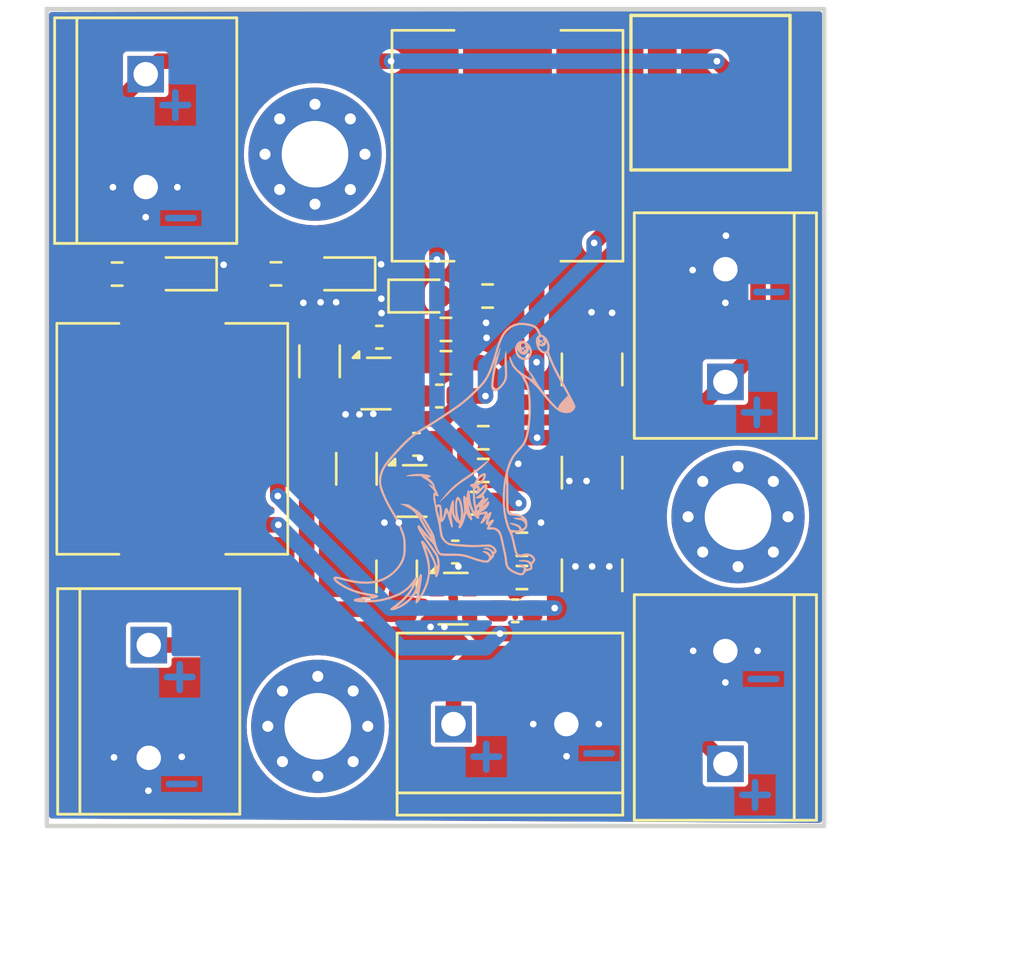
<source format=kicad_pcb>
(kicad_pcb (version 20240108) (generator "pcbnew") (generator_version "8.0")
  (layers (0 "F.Cu" signal) (31 "B.Cu" signal) (34 "B.Paste" user) (35 "F.Paste" user) (36 "B.SilkS" user "B.Silkscreen") (37 "F.SilkS" user "F.Silkscreen") (38 "B.Mask" user) (39 "F.Mask" user) (44 "Edge.Cuts" user))
  (net 0 "")
  (net 1 "Net-(U1-SW)")
  (net 2 "Net-(U1-BST)")
  (net 3 "Net-(J2-Pin_1)")
  (net 4 "Net-(U2-BST)")
  (net 5 "Net-(U2-SW)")
  (net 6 "Net-(J3-Pin_1)")
  (net 7 "Net-(U3-SW)")
  (net 8 "Net-(U3-BST)")
  (net 9 "Net-(J1-Pin_1)")
  (net 10 "Net-(U1-FB)")
  (net 11 "Net-(U2-FB)")
  (net 12 "Net-(U3-FB)")
  (net 22 "Net-(J5-Pin_1)")
  (net 23 "Net-(D1-K)")
  (net 51 "Net-(D1-A)")
  (net 52 "Net-(D2-A)")
  (net 53 "Net-(D3-A)")
  (footprint "Connector_TE_Terminal-Block:TE_282837-2" (layer "F.Cu") (at 107.09 128.93 -90)
    (property "Reference" "J5" (hide yes))
    (property "Value" "Screw_Terminal_01x02")
    (pad "1" thru_hole rect (at -2.54 0 270) (size 1.65 1.65) (drill 1.1) (layers "*.Cu" "*.Mask") (net 22 "Net-(J5-Pin_1)"))
    (pad "2" thru_hole circle (at 2.54 0 270) (size 1.65 1.65) (drill 1.1) (layers "*.Cu" "*.Mask") (net 23 "Net-(D1-K)"))
  )
  (footprint "Capacitor_SMD:C_1210_3225Metric" (layer "F.Cu") (at 127.05 123.25 90)
    (property "Reference" "C8" (hide yes))
    (property "Value" "47uF")
    (pad "1" smd roundrect (at -1.475 0 90) (size 1.15 2.7) (layers "F.Cu" "F.Paste" "F.Mask") (roundrect_rratio 0.217391) (net 6 "Net-(J3-Pin_1)"))
    (pad "2" smd roundrect (at 1.475 0 90) (size 1.15 2.7) (layers "F.Cu" "F.Paste" "F.Mask") (roundrect_rratio 0.217391) (net 23 "Net-(D1-K)"))
  )
  (footprint "Capacitor_SMD:C_0603_1608Metric" (layer "F.Cu") (at 117.47 112.5225)
    (property "Reference" "C10" (hide yes))
    (property "Value" "100nF")
    (pad "1" smd roundrect (at -0.775 0) (size 0.9 0.95) (layers "F.Cu" "F.Paste" "F.Mask") (net 22 "Net-(J5-Pin_1)"))
    (pad "2" smd roundrect (at 0.775 0) (size 0.9 0.95) (layers "F.Cu" "F.Paste" "F.Mask") (net 23 "Net-(D1-K)"))
  )
  (footprint "Inductor_SMD:L_Wuerth_HCI-1050" (layer "F.Cu") (at 123.24 103.9 -90)
    (property "Reference" "L1" (hide yes))
    (property "Value" "7.8uH")
    (pad "1" smd rect (at -3.825 0 270) (size 3.85 4) (layers "F.Cu" "F.Paste" "F.Mask") (net 1 "Net-(U1-SW)"))
    (pad "2" smd rect (at 3.825 0 270) (size 3.85 4) (layers "F.Cu" "F.Paste" "F.Mask") (net 3 "Net-(J2-Pin_1)"))
  )
  (footprint "Package_TO_SOT_SMD:SOT-583-8" (layer "F.Cu") (at 117.32 114.61)
    (property "Reference" "U3" (hide yes))
    (property "Value" "TPS563300")
    (pad "1" smd roundrect (at -0.74 -0.75) (size 0.67 0.3) (layers "F.Cu" "F.Paste" "F.Mask") (roundrect_rratio 0.1666666667))
    (pad "2" smd roundrect (at -0.74 -0.25) (size 0.67 0.3) (layers "F.Cu" "F.Paste" "F.Mask") (roundrect_rratio 0.1666666667))
    (pad "3" smd roundrect (at -0.74 0.25) (size 0.67 0.3) (layers "F.Cu" "F.Paste" "F.Mask") (roundrect_rratio 0.1666666667) (net 22 "Net-(J5-Pin_1)"))
    (pad "4" smd roundrect (at -0.74 0.75) (size 0.67 0.3) (layers "F.Cu" "F.Paste" "F.Mask") (roundrect_rratio 0.1666666667) (net 23 "Net-(D1-K)"))
    (pad "5" smd roundrect (at 0.74 0.75) (size 0.67 0.3) (layers "F.Cu" "F.Paste" "F.Mask") (roundrect_rratio 0.1666666667) (net 7 "Net-(U3-SW)"))
    (pad "6" smd roundrect (at 0.74 0.25) (size 0.67 0.3) (layers "F.Cu" "F.Paste" "F.Mask") (roundrect_rratio 0.1666666667) (net 8 "Net-(U3-BST)"))
    (pad "7" smd roundrect (at 0.74 -0.25) (size 0.67 0.3) (layers "F.Cu" "F.Paste" "F.Mask") (roundrect_rratio 0.1666666667))
    (pad "8" smd roundrect (at 0.74 -0.75) (size 0.67 0.3) (layers "F.Cu" "F.Paste" "F.Mask") (roundrect_rratio 0.1666666667) (net 12 "Net-(U3-FB)"))
  )
  (footprint "Resistor_SMD:R_0603_1608Metric" (layer "F.Cu") (at 120.47 113.6725 180)
    (property "Reference" "R5" (hide yes))
    (property "Value" "140k")
    (pad "1" smd roundrect (at -0.825 0 180) (size 0.8 0.95) (layers "F.Cu" "F.Paste" "F.Mask") (net 9 "Net-(J1-Pin_1)"))
    (pad "2" smd roundrect (at 0.825 0 180) (size 0.8 0.95) (layers "F.Cu" "F.Paste" "F.Mask") (net 12 "Net-(U3-FB)"))
  )
  (footprint "Capacitor_SMD:C_0603_1608Metric" (layer "F.Cu") (at 119.14 117.35)
    (property "Reference" "C1" (hide yes))
    (property "Value" "100nF")
    (pad "1" smd roundrect (at -0.775 0) (size 0.9 0.95) (layers "F.Cu" "F.Paste" "F.Mask") (net 22 "Net-(J5-Pin_1)"))
    (pad "2" smd roundrect (at 0.775 0) (size 0.9 0.95) (layers "F.Cu" "F.Paste" "F.Mask") (net 23 "Net-(D1-K)"))
  )
  (footprint "Inductor_Coilcraft:IND_XGL6060_COC" (layer "F.Cu") (at 132.38 101.51)
    (property "Reference" "L3" (hide yes))
    (property "Value" "12uH")
    (pad "1" smd rect (at -2.1717 0) (size 1.2954 5.0038) (layers "F.Cu" "F.Paste" "F.Mask") (net 7 "Net-(U3-SW)"))
    (pad "2" smd rect (at 2.1717 0) (size 1.2954 5.0038) (layers "F.Cu" "F.Paste" "F.Mask") (net 9 "Net-(J1-Pin_1)"))
  )
  (footprint "Capacitor_SMD:C_0603_1608Metric" (layer "F.Cu") (at 120.89 122.2)
    (property "Reference" "C6" (hide yes))
    (property "Value" "100nF")
    (pad "1" smd roundrect (at -0.775 0) (size 0.9 0.95) (layers "F.Cu" "F.Paste" "F.Mask") (net 22 "Net-(J5-Pin_1)"))
    (pad "2" smd roundrect (at 0.775 0) (size 0.9 0.95) (layers "F.Cu" "F.Paste" "F.Mask") (net 23 "Net-(D1-K)"))
  )
  (footprint "Capacitor_SMD:C_0603_1608Metric" (layer "F.Cu") (at 123.59 124.85)
    (property "Reference" "C7" (hide yes))
    (property "Value" "100nF")
    (pad "1" smd roundrect (at -0.775 0) (size 0.9 0.95) (layers "F.Cu" "F.Paste" "F.Mask") (net 4 "Net-(U2-BST)"))
    (pad "2" smd roundrect (at 0.775 0) (size 0.9 0.95) (layers "F.Cu" "F.Paste" "F.Mask") (net 5 "Net-(U2-SW)"))
  )
  (footprint "Capacitor_SMD:C_1206_3216Metric" (layer "F.Cu") (at 114.78 113.61 90)
    (property "Reference" "C9" (hide yes))
    (property "Value" "10uF")
    (pad "1" smd roundrect (at -1.475 0 90) (size 1.15 1.8) (layers "F.Cu" "F.Paste" "F.Mask") (roundrect_rratio 0.217391) (net 22 "Net-(J5-Pin_1)"))
    (pad "2" smd roundrect (at 1.475 0 90) (size 1.15 1.8) (layers "F.Cu" "F.Paste" "F.Mask") (roundrect_rratio 0.217391) (net 23 "Net-(D1-K)"))
  )
  (footprint "Connector_TE_Terminal-Block:TE_282837-2" (layer "F.Cu") (at 133.05 129.2 90)
    (property "Reference" "J2" (hide yes))
    (property "Value" "Screw_Terminal_01x02")
    (pad "1" thru_hole rect (at -2.54 0 90) (size 1.65 1.65) (drill 1.1) (layers "*.Cu" "*.Mask") (net 3 "Net-(J2-Pin_1)"))
    (pad "2" thru_hole circle (at 2.54 0 90) (size 1.65 1.65) (drill 1.1) (layers "*.Cu" "*.Mask") (net 23 "Net-(D1-K)"))
  )
  (footprint "Resistor_SMD:R_0603_1608Metric" (layer "F.Cu") (at 120.47 112.1725)
    (property "Reference" "R6" (hide yes))
    (property "Value" "10k")
    (pad "1" smd roundrect (at -0.825 0) (size 0.8 0.95) (layers "F.Cu" "F.Paste" "F.Mask") (net 12 "Net-(U3-FB)"))
    (pad "2" smd roundrect (at 0.825 0) (size 0.8 0.95) (layers "F.Cu" "F.Paste" "F.Mask") (net 23 "Net-(D1-K)"))
  )
  (footprint "Connector_TE_Terminal-Block:TE_282837-2" (layer "F.Cu") (at 123.35 129.95)
    (property "Reference" "J3" (hide yes))
    (property "Value" "Screw_Terminal_01x02")
    (pad "1" thru_hole rect (at -2.54 0) (size 1.65 1.65) (drill 1.1) (layers "*.Cu" "*.Mask") (net 6 "Net-(J3-Pin_1)"))
    (pad "2" thru_hole circle (at 2.54 0) (size 1.65 1.65) (drill 1.1) (layers "*.Cu" "*.Mask") (net 23 "Net-(D1-K)"))
  )
  (footprint "LED_SMD:LED_0603_1608Metric" (layer "F.Cu") (at 119.37 110.67)
    (property "Reference" "D2" (hide yes))
    (property "Value" "GREEN LED")
    (pad "1" smd roundrect (at -0.7875 0) (size 0.875 0.95) (layers "F.Cu" "F.Paste" "F.Mask") (net 23 "Net-(D1-K)"))
    (pad "2" smd roundrect (at 0.7875 0) (size 0.875 0.95) (layers "F.Cu" "F.Paste" "F.Mask") (net 52 "Net-(D2-A)"))
  )
  (footprint "Capacitor_SMD:C_1210_3225Metric" (layer "F.Cu") (at 127.05 113.975 90)
    (property "Reference" "C12" (hide yes))
    (property "Value" "47uF")
    (pad "1" smd roundrect (at -1.475 0 90) (size 1.15 2.7) (layers "F.Cu" "F.Paste" "F.Mask") (roundrect_rratio 0.217391) (net 9 "Net-(J1-Pin_1)"))
    (pad "2" smd roundrect (at 1.475 0 90) (size 1.15 2.7) (layers "F.Cu" "F.Paste" "F.Mask") (roundrect_rratio 0.217391) (net 23 "Net-(D1-K)"))
  )
  (footprint "Connector_TE_Terminal-Block:TE_282837-2" (layer "F.Cu") (at 133.05 112 90)
    (property "Reference" "J1" (hide yes))
    (property "Value" "Screw_Terminal_01x02")
    (pad "1" thru_hole rect (at -2.54 0 90) (size 1.65 1.65) (drill 1.1) (layers "*.Cu" "*.Mask") (net 9 "Net-(J1-Pin_1)"))
    (pad "2" thru_hole circle (at 2.54 0 90) (size 1.65 1.65) (drill 1.1) (layers "*.Cu" "*.Mask") (net 23 "Net-(D1-K)"))
  )
  (footprint "Package_TO_SOT_SMD:SOT-583-8" (layer "F.Cu") (at 120.79 124.3)
    (property "Reference" "U2" (hide yes))
    (property "Value" "TPS563300")
    (pad "1" smd roundrect (at -0.74 -0.75) (size 0.67 0.3) (layers "F.Cu" "F.Paste" "F.Mask") (roundrect_rratio 0.1666666667))
    (pad "2" smd roundrect (at -0.74 -0.25) (size 0.67 0.3) (layers "F.Cu" "F.Paste" "F.Mask") (roundrect_rratio 0.1666666667))
    (pad "3" smd roundrect (at -0.74 0.25) (size 0.67 0.3) (layers "F.Cu" "F.Paste" "F.Mask") (roundrect_rratio 0.1666666667) (net 22 "Net-(J5-Pin_1)"))
    (pad "4" smd roundrect (at -0.74 0.75) (size 0.67 0.3) (layers "F.Cu" "F.Paste" "F.Mask") (roundrect_rratio 0.1666666667) (net 23 "Net-(D1-K)"))
    (pad "5" smd roundrect (at 0.74 0.75) (size 0.67 0.3) (layers "F.Cu" "F.Paste" "F.Mask") (roundrect_rratio 0.1666666667) (net 5 "Net-(U2-SW)"))
    (pad "6" smd roundrect (at 0.74 0.25) (size 0.67 0.3) (layers "F.Cu" "F.Paste" "F.Mask") (roundrect_rratio 0.1666666667) (net 4 "Net-(U2-BST)"))
    (pad "7" smd roundrect (at 0.74 -0.25) (size 0.67 0.3) (layers "F.Cu" "F.Paste" "F.Mask") (roundrect_rratio 0.1666666667))
    (pad "8" smd roundrect (at 0.74 -0.75) (size 0.67 0.3) (layers "F.Cu" "F.Paste" "F.Mask") (roundrect_rratio 0.1666666667) (net 11 "Net-(U2-FB)"))
  )
  (footprint "Resistor_SMD:R_0603_1608Metric" (layer "F.Cu") (at 123.89 121.85)
    (property "Reference" "R4" (hide yes))
    (property "Value" "10k")
    (pad "1" smd roundrect (at -0.825 0) (size 0.8 0.95) (layers "F.Cu" "F.Paste" "F.Mask") (net 11 "Net-(U2-FB)"))
    (pad "2" smd roundrect (at 0.825 0) (size 0.8 0.95) (layers "F.Cu" "F.Paste" "F.Mask") (net 23 "Net-(D1-K)"))
  )
  (footprint "Resistor_SMD:R_0603_1608Metric" (layer "F.Cu") (at 112.8175 109.67)
    (property "Reference" "R7" (hide yes))
    (property "Value" "140")
    (pad "1" smd roundrect (at -0.825 0) (size 0.8 0.95) (layers "F.Cu" "F.Paste" "F.Mask") (net 6 "Net-(J3-Pin_1)"))
    (pad "2" smd roundrect (at 0.825 0) (size 0.8 0.95) (layers "F.Cu" "F.Paste" "F.Mask") (net 51 "Net-(D1-A)"))
  )
  (footprint "Resistor_SMD:R_0603_1608Metric" (layer "F.Cu") (at 122.345 110.67 180)
    (property "Reference" "R8" (hide yes))
    (property "Value" "140")
    (pad "1" smd roundrect (at -0.825 0 180) (size 0.8 0.95) (layers "F.Cu" "F.Paste" "F.Mask") (net 3 "Net-(J2-Pin_1)"))
    (pad "2" smd roundrect (at 0.825 0 180) (size 0.8 0.95) (layers "F.Cu" "F.Paste" "F.Mask") (net 52 "Net-(D2-A)"))
  )
  (footprint "Capacitor_SMD:C_1206_3216Metric" (layer "F.Cu") (at 116.44 118.45 90)
    (property "Reference" "C2" (hide yes))
    (property "Value" "10uF")
    (pad "1" smd roundrect (at -1.475 0 90) (size 1.15 1.8) (layers "F.Cu" "F.Paste" "F.Mask") (roundrect_rratio 0.217391) (net 22 "Net-(J5-Pin_1)"))
    (pad "2" smd roundrect (at 1.475 0 90) (size 1.15 1.8) (layers "F.Cu" "F.Paste" "F.Mask") (roundrect_rratio 0.217391) (net 23 "Net-(D1-K)"))
  )
  (footprint "LED_SMD:LED_0603_1608Metric" (layer "F.Cu") (at 108.66 109.67 180)
    (property "Reference" "D3" (hide yes))
    (property "Value" "RED LED")
    (pad "1" smd roundrect (at -0.7875 0 180) (size 0.875 0.95) (layers "F.Cu" "F.Paste" "F.Mask") (net 23 "Net-(D1-K)"))
    (pad "2" smd roundrect (at 0.7875 0 180) (size 0.875 0.95) (layers "F.Cu" "F.Paste" "F.Mask") (net 53 "Net-(D3-A)"))
  )
  (footprint "LED_SMD:LED_0603_1608Metric" (layer "F.Cu") (at 115.7975 109.67 180)
    (property "Reference" "D1" (hide yes))
    (property "Value" "BLUE LED")
    (pad "1" smd roundrect (at -0.7875 0 180) (size 0.875 0.95) (layers "F.Cu" "F.Paste" "F.Mask") (net 23 "Net-(D1-K)"))
    (pad "2" smd roundrect (at 0.7875 0 180) (size 0.875 0.95) (layers "F.Cu" "F.Paste" "F.Mask") (net 51 "Net-(D1-A)"))
  )
  (footprint "MountingHole:MountingHole_3mm_Pad_Via" (layer "F.Cu") (at 114.575 104.28)
    (property "Reference" "H1" (hide yes))
    (property "Value" "MountingHole_Pad")
    (pad "1" thru_hole circle (at -2.25 0) (size 0.8 0.8) (drill 0.5) (layers "*.Cu" "*.Mask"))
    (pad "1" thru_hole circle (at -1.59099 -1.59099) (size 0.8 0.8) (drill 0.5) (layers "*.Cu" "*.Mask"))
    (pad "1" thru_hole circle (at -1.59099 1.59099) (size 0.8 0.8) (drill 0.5) (layers "*.Cu" "*.Mask"))
    (pad "1" thru_hole circle (at 0 -2.25) (size 0.8 0.8) (drill 0.5) (layers "*.Cu" "*.Mask"))
    (pad "1" thru_hole circle (at 0 0) (size 6 6) (drill 3) (layers "*.Cu" "*.Mask"))
    (pad "1" thru_hole circle (at 0 2.25) (size 0.8 0.8) (drill 0.5) (layers "*.Cu" "*.Mask"))
    (pad "1" thru_hole circle (at 1.59099 -1.59099) (size 0.8 0.8) (drill 0.5) (layers "*.Cu" "*.Mask"))
    (pad "1" thru_hole circle (at 1.59099 1.59099) (size 0.8 0.8) (drill 0.5) (layers "*.Cu" "*.Mask"))
    (pad "1" thru_hole circle (at 2.25 0) (size 0.8 0.8) (drill 0.5) (layers "*.Cu" "*.Mask"))
  )
  (footprint "MountingHole:MountingHole_3mm_Pad_Via" (layer "F.Cu") (at 133.62 120.61)
    (property "Reference" "H2" (hide yes))
    (property "Value" "MountingHole_Pad")
    (pad "1" thru_hole circle (at -2.25 0) (size 0.8 0.8) (drill 0.5) (layers "*.Cu" "*.Mask"))
    (pad "1" thru_hole circle (at -1.59099 -1.59099) (size 0.8 0.8) (drill 0.5) (layers "*.Cu" "*.Mask"))
    (pad "1" thru_hole circle (at -1.59099 1.59099) (size 0.8 0.8) (drill 0.5) (layers "*.Cu" "*.Mask"))
    (pad "1" thru_hole circle (at 0 -2.25) (size 0.8 0.8) (drill 0.5) (layers "*.Cu" "*.Mask"))
    (pad "1" thru_hole circle (at 0 0) (size 6 6) (drill 3) (layers "*.Cu" "*.Mask"))
    (pad "1" thru_hole circle (at 0 2.25) (size 0.8 0.8) (drill 0.5) (layers "*.Cu" "*.Mask"))
    (pad "1" thru_hole circle (at 1.59099 -1.59099) (size 0.8 0.8) (drill 0.5) (layers "*.Cu" "*.Mask"))
    (pad "1" thru_hole circle (at 1.59099 1.59099) (size 0.8 0.8) (drill 0.5) (layers "*.Cu" "*.Mask"))
    (pad "1" thru_hole circle (at 2.25 0) (size 0.8 0.8) (drill 0.5) (layers "*.Cu" "*.Mask"))
  )
  (footprint "Inductor_SMD:L_Wuerth_HCI-1050" (layer "F.Cu") (at 108.15 117.1 90)
    (property "Reference" "L2" (hide yes))
    (property "Value" "7.8uH")
    (pad "1" smd rect (at -3.825 0 90) (size 3.85 4) (layers "F.Cu" "F.Paste" "F.Mask") (net 5 "Net-(U2-SW)"))
    (pad "2" smd rect (at 3.825 0 90) (size 3.85 4) (layers "F.Cu" "F.Paste" "F.Mask") (net 6 "Net-(J3-Pin_1)"))
  )
  (footprint "Resistor_SMD:R_0603_1608Metric" (layer "F.Cu") (at 105.665 109.68)
    (property "Reference" "R9" (hide yes))
    (property "Value" "500")
    (pad "1" smd roundrect (at -0.825 0) (size 0.8 0.95) (layers "F.Cu" "F.Paste" "F.Mask") (net 9 "Net-(J1-Pin_1)"))
    (pad "2" smd roundrect (at 0.825 0) (size 0.8 0.95) (layers "F.Cu" "F.Paste" "F.Mask") (net 53 "Net-(D3-A)"))
  )
  (footprint "Resistor_SMD:R_0603_1608Metric" (layer "F.Cu") (at 122.15 118.525)
    (property "Reference" "R2" (hide yes))
    (property "Value" "10k")
    (pad "1" smd roundrect (at -0.825 0) (size 0.8 0.95) (layers "F.Cu" "F.Paste" "F.Mask") (net 10 "Net-(U1-FB)"))
    (pad "2" smd roundrect (at 0.825 0) (size 0.8 0.95) (layers "F.Cu" "F.Paste" "F.Mask") (net 23 "Net-(D1-K)"))
  )
  (footprint "Resistor_SMD:R_0603_1608Metric" (layer "F.Cu") (at 122.15 117.05 180)
    (property "Reference" "R1" (hide yes))
    (property "Value" "52.3k")
    (pad "1" smd roundrect (at -0.825 0 180) (size 0.8 0.95) (layers "F.Cu" "F.Paste" "F.Mask") (net 3 "Net-(J2-Pin_1)"))
    (pad "2" smd roundrect (at 0.825 0 180) (size 0.8 0.95) (layers "F.Cu" "F.Paste" "F.Mask") (net 10 "Net-(U1-FB)"))
  )
  (footprint "MountingHole:MountingHole_3mm_Pad_Via" (layer "F.Cu") (at 114.7 130.05)
    (property "Reference" "H3" (hide yes))
    (property "Value" "MountingHole_Pad")
    (pad "1" thru_hole circle (at -2.25 0) (size 0.8 0.8) (drill 0.5) (layers "*.Cu" "*.Mask"))
    (pad "1" thru_hole circle (at -1.59099 -1.59099) (size 0.8 0.8) (drill 0.5) (layers "*.Cu" "*.Mask"))
    (pad "1" thru_hole circle (at -1.59099 1.59099) (size 0.8 0.8) (drill 0.5) (layers "*.Cu" "*.Mask"))
    (pad "1" thru_hole circle (at 0 -2.25) (size 0.8 0.8) (drill 0.5) (layers "*.Cu" "*.Mask"))
    (pad "1" thru_hole circle (at 0 0) (size 6 6) (drill 3) (layers "*.Cu" "*.Mask"))
    (pad "1" thru_hole circle (at 0 2.25) (size 0.8 0.8) (drill 0.5) (layers "*.Cu" "*.Mask"))
    (pad "1" thru_hole circle (at 1.59099 -1.59099) (size 0.8 0.8) (drill 0.5) (layers "*.Cu" "*.Mask"))
    (pad "1" thru_hole circle (at 1.59099 1.59099) (size 0.8 0.8) (drill 0.5) (layers "*.Cu" "*.Mask"))
    (pad "1" thru_hole circle (at 2.25 0) (size 0.8 0.8) (drill 0.5) (layers "*.Cu" "*.Mask"))
  )
  (footprint "Connector_TE_Terminal-Block:TE_282837-2" (layer "F.Cu") (at 106.9525 103.2175 -90)
    (property "Reference" "J4" (hide yes))
    (property "Value" "Screw_Terminal_01x02")
    (pad "1" thru_hole rect (at -2.54 0 270) (size 1.65 1.65) (drill 1.1) (layers "*.Cu" "*.Mask") (net 9 "Net-(J1-Pin_1)"))
    (pad "2" thru_hole circle (at 2.54 0 270) (size 1.65 1.65) (drill 1.1) (layers "*.Cu" "*.Mask") (net 23 "Net-(D1-K)"))
  )
  (footprint "Package_TO_SOT_SMD:SOT-583-8" (layer "F.Cu") (at 118.94 119.45)
    (property "Reference" "U1" (hide yes))
    (property "Value" "TPS563300")
    (pad "1" smd roundrect (at -0.74 -0.75) (size 0.67 0.3) (layers "F.Cu" "F.Paste" "F.Mask") (roundrect_rratio 0.1666666667))
    (pad "2" smd roundrect (at -0.74 -0.25) (size 0.67 0.3) (layers "F.Cu" "F.Paste" "F.Mask") (roundrect_rratio 0.1666666667))
    (pad "3" smd roundrect (at -0.74 0.25) (size 0.67 0.3) (layers "F.Cu" "F.Paste" "F.Mask") (roundrect_rratio 0.1666666667) (net 22 "Net-(J5-Pin_1)"))
    (pad "4" smd roundrect (at -0.74 0.75) (size 0.67 0.3) (layers "F.Cu" "F.Paste" "F.Mask") (roundrect_rratio 0.1666666667) (net 23 "Net-(D1-K)"))
    (pad "5" smd roundrect (at 0.74 0.75) (size 0.67 0.3) (layers "F.Cu" "F.Paste" "F.Mask") (roundrect_rratio 0.1666666667) (net 1 "Net-(U1-SW)"))
    (pad "6" smd roundrect (at 0.74 0.25) (size 0.67 0.3) (layers "F.Cu" "F.Paste" "F.Mask") (roundrect_rratio 0.1666666667) (net 2 "Net-(U1-BST)"))
    (pad "7" smd roundrect (at 0.74 -0.25) (size 0.67 0.3) (layers "F.Cu" "F.Paste" "F.Mask") (roundrect_rratio 0.1666666667))
    (pad "8" smd roundrect (at 0.74 -0.75) (size 0.67 0.3) (layers "F.Cu" "F.Paste" "F.Mask") (roundrect_rratio 0.1666666667) (net 10 "Net-(U1-FB)"))
  )
  (footprint "Resistor_SMD:R_0603_1608Metric" (layer "F.Cu") (at 123.89 123.35 180)
    (property "Reference" "R3" (hide yes))
    (property "Value" "52.3k")
    (pad "1" smd roundrect (at -0.825 0 180) (size 0.8 0.95) (layers "F.Cu" "F.Paste" "F.Mask") (net 6 "Net-(J3-Pin_1)"))
    (pad "2" smd roundrect (at 0.825 0 180) (size 0.8 0.95) (layers "F.Cu" "F.Paste" "F.Mask") (net 11 "Net-(U2-FB)"))
  )
  (footprint "Capacitor_SMD:C_0603_1608Metric" (layer "F.Cu") (at 121.74 120)
    (property "Reference" "C3" (hide yes))
    (property "Value" "100nF")
    (pad "1" smd roundrect (at -0.775 0) (size 0.9 0.95) (layers "F.Cu" "F.Paste" "F.Mask") (net 2 "Net-(U1-BST)"))
    (pad "2" smd roundrect (at 0.775 0) (size 0.9 0.95) (layers "F.Cu" "F.Paste" "F.Mask") (net 1 "Net-(U1-SW)"))
  )
  (footprint "Capacitor_SMD:C_1210_3225Metric" (layer "F.Cu") (at 127.05 118.625 -90)
    (property "Reference" "C4" (hide yes))
    (property "Value" "47uF")
    (pad "1" smd roundrect (at -1.475 0 270) (size 1.15 2.7) (layers "F.Cu" "F.Paste" "F.Mask") (roundrect_rratio 0.217391) (net 3 "Net-(J2-Pin_1)"))
    (pad "2" smd roundrect (at 1.475 0 270) (size 1.15 2.7) (layers "F.Cu" "F.Paste" "F.Mask") (roundrect_rratio 0.217391) (net 23 "Net-(D1-K)"))
  )
  (footprint "Capacitor_SMD:C_1206_3216Metric" (layer "F.Cu") (at 118.25 123.3 90)
    (property "Reference" "C5" (hide yes))
    (property "Value" "10uF")
    (pad "1" smd roundrect (at -1.475 0 90) (size 1.15 1.8) (layers "F.Cu" "F.Paste" "F.Mask") (roundrect_rratio 0.217391) (net 22 "Net-(J5-Pin_1)"))
    (pad "2" smd roundrect (at 1.475 0 90) (size 1.15 1.8) (layers "F.Cu" "F.Paste" "F.Mask") (roundrect_rratio 0.217391) (net 23 "Net-(D1-K)"))
  )
  (footprint "Capacitor_SMD:C_0603_1608Metric" (layer "F.Cu") (at 120.17 115.1725)
    (property "Reference" "C11" (hide yes))
    (property "Value" "100nF")
    (pad "1" smd roundrect (at -0.775 0) (size 0.9 0.95) (layers "F.Cu" "F.Paste" "F.Mask") (net 8 "Net-(U3-BST)"))
    (pad "2" smd roundrect (at 0.775 0) (size 0.9 0.95) (layers "F.Cu" "F.Paste" "F.Mask") (net 7 "Net-(U3-SW)"))
  )
  (footprint "memes:dawg" (layer "B.Cu") (at 120.92 118.1 180)
    (property "Reference" "G***" (hide yes))
    (property "Value" "LOGO" (hide yes))
  )
  (gr_rect (start 102.5 97.745) (end 137.5 134.54) (stroke (width 0.2)) (fill none) (layer "Edge.Cuts"))
  (gr_text "-" (at 128.49 132.04 0) (layer "B.Cu") (effects (font (size 1.5 1.5) (thickness 0.3) (bold yes)) (justify left bottom mirror)))
  (gr_text "-" (at 109.6625 107.9275 0) (layer "B.Cu") (effects (font (size 1.5 1.5) (thickness 0.3) (bold yes)) (justify left bottom mirror)))
  (gr_text "-" (at 109.7 133.42 0) (layer "B.Cu") (effects (font (size 1.5 1.5) (thickness 0.3) (bold yes)) (justify left bottom mirror)))
  (gr_text "+" (at 135.51 133.91 0) (layer "B.Cu") (effects (font (size 1.5 1.5) (thickness 0.3) (bold yes)) (justify left bottom mirror)))
  (gr_text "+" (at 109.61 128.6 0) (layer "B.Cu") (effects (font (size 1.5 1.5) (thickness 0.3) (bold yes)) (justify left bottom mirror)))
  (gr_text "-" (at 136.14 111.26 0) (layer "B.Cu") (effects (font (size 1.5 1.5) (thickness 0.3) (bold yes)) (justify left bottom mirror)))
  (gr_text "+" (at 123.41 132.19 0) (layer "B.Cu") (effects (font (size 1.5 1.5) (thickness 0.3) (bold yes)) (justify left bottom mirror)))
  (gr_text "+" (at 109.4125 102.8375 0) (layer "B.Cu") (effects (font (size 1.5 1.5) (thickness 0.3) (bold yes)) (justify left bottom mirror)))
  (gr_text "+" (at 135.59 116.68 0) (layer "B.Cu") (effects (font (size 1.5 1.5) (thickness 0.3) (bold yes)) (justify left bottom mirror)))
  (gr_text "-" (at 135.89 128.69 0) (layer "B.Cu") (effects (font (size 1.5 1.5) (thickness 0.3) (bold yes)) (justify left bottom mirror)))
  (segment (start 120.225 121.025) (end 119.8 120.6) (width 0.7) (layer "F.Cu") (net 1))
  (segment (start 122.515 120) (end 123.75 120) (width 0.7) (layer "F.Cu") (net 1))
  (segment (start 120.065 109.025) (end 120.065 103.25) (width 0.7) (layer "F.Cu") (net 1))
  (segment (start 121.975 121.025) (end 120.225 121.025) (width 0.7) (layer "F.Cu") (net 1))
  (segment (start 120.065 103.25) (end 123.24 100.075) (width 0.7) (layer "F.Cu") (net 1))
  (segment (start 122.515 120) (end 122.515 120.485) (width 0.7) (layer "F.Cu") (net 1))
  (segment (start 122.515 120.485) (end 121.975 121.025) (width 0.7) (layer "F.Cu") (net 1))
  (via (at 123.75 120) (size 0.6) (drill 0.3) (layers "F.Cu" "B.Cu") (net 1))
  (via (at 120.065 109.025) (size 0.6) (drill 0.3) (layers "F.Cu" "B.Cu") (net 1))
  (segment (start 120.065 109.025) (end 120.065 116.315) (width 0.7) (layer "B.Cu") (net 1))
  (segment (start 120.065 116.315) (end 123.75 120) (width 0.7) (layer "B.Cu") (net 1))
  (segment (start 124.575 117.05) (end 126.95 117.05) (width 0.7) (layer "F.Cu") (net 3))
  (segment (start 129.75 119.85) (end 127.05 117.15) (width 0.7) (layer "F.Cu") (net 3))
  (segment (start 129.75 128.44) (end 129.75 119.85) (width 0.7) (layer "F.Cu") (net 3))
  (segment (start 133.05 131.74) (end 129.75 128.44) (width 0.7) (layer "F.Cu") (net 3))
  (segment (start 124.55 109.035) (end 123.24 107.725) (width 0.7) (layer "F.Cu") (net 3))
  (segment (start 126.95 117.05) (end 127.05 117.15) (width 0.7) (layer "F.Cu") (net 3))
  (segment (start 122.975 117.05) (end 124.575 117.05) (width 0.7) (layer "F.Cu") (net 3))
  (segment (start 124.405 110.67) (end 123.17 110.67) (width 0.7) (layer "F.Cu") (net 3))
  (segment (start 124.55 110.525) (end 124.55 109.035) (width 0.7) (layer "F.Cu") (net 3))
  (segment (start 124.55 113.65) (end 124.55 110.525) (width 0.7) (layer "F.Cu") (net 3))
  (segment (start 124.55 110.525) (end 124.405 110.67) (width 0.7) (layer "F.Cu") (net 3))
  (via (at 124.55 113.65) (size 0.6) (drill 0.3) (layers "F.Cu" "B.Cu") (net 3))
  (via (at 124.575 117.05) (size 0.6) (drill 0.3) (layers "F.Cu" "B.Cu") (net 3))
  (segment (start 124.55 117.025) (end 124.575 117.05) (width 0.7) (layer "B.Cu") (net 3))
  (segment (start 124.55 113.65) (end 124.55 117.025) (width 0.7) (layer "B.Cu") (net 3))
  (segment (start 124.365 124.85) (end 124.365 125.325) (width 0.7) (layer "F.Cu") (net 5))
  (segment (start 108.2 120.975) (end 108.15 120.925) (width 0.7) (layer "F.Cu") (net 5))
  (segment (start 112.925 120.975) (end 108.2 120.975) (width 0.7) (layer "F.Cu") (net 5))
  (segment (start 121.975 125.875) (end 121.6 125.5) (width 0.7) (layer "F.Cu") (net 5))
  (segment (start 124.365 125.325) (end 123.815 125.875) (width 0.7) (layer "F.Cu") (net 5))
  (segment (start 123.815 125.875) (end 122.9 125.875) (width 0.7) (layer "F.Cu") (net 5))
  (segment (start 122.9 125.875) (end 121.975 125.875) (width 0.7) (layer "F.Cu") (net 5))
  (via (at 122.9 125.875) (size 0.6) (drill 0.3) (layers "F.Cu" "B.Cu") (net 5))
  (via (at 112.925 120.975) (size 0.6) (drill 0.3) (layers "F.Cu" "B.Cu") (net 5))
  (segment (start 122.265 126.51) (end 118.46 126.51) (width 0.7) (layer "B.Cu") (net 5))
  (segment (start 118.46 126.51) (end 112.925 120.975) (width 0.7) (layer "B.Cu") (net 5))
  (segment (start 122.9 125.875) (end 122.265 126.51) (width 0.7) (layer "B.Cu") (net 5))
  (segment (start 124.187792 126.775) (end 121.775 126.775) (width 0.7) (layer "F.Cu") (net 6))
  (segment (start 125.365 125.44) (end 125.375 125.45) (width 0.7) (layer "F.Cu") (net 6))
  (segment (start 121.775 126.775) (end 120.81 127.74) (width 0.7) (layer "F.Cu") (net 6))
  (segment (start 125.565 124.725) (end 125.365 124.925) (width 0.7) (layer "F.Cu") (net 6))
  (segment (start 125.365 124.925) (end 125.365 125.44) (width 0.7) (layer "F.Cu") (net 6))
  (segment (start 108.15 113.275) (end 108.3875 113.275) (width 0.7) (layer "F.Cu") (net 6))
  (segment (start 108.3875 113.275) (end 111.9925 109.67) (width 0.7) (layer "F.Cu") (net 6))
  (segment (start 125.365 124) (end 125.365 124.725) (width 0.7) (layer "F.Cu") (net 6))
  (segment (start 112.9 119.677208) (end 112.9 118.025) (width 0.7) (layer "F.Cu") (net 6))
  (segment (start 125.375 125.587792) (end 124.187792 126.775) (width 0.7) (layer "F.Cu") (net 6))
  (segment (start 112.9 118.025) (end 108.15 113.275) (width 0.7) (layer "F.Cu") (net 6))
  (segment (start 124.715 123.35) (end 125.365 124) (width 0.7) (layer "F.Cu") (net 6))
  (segment (start 125.365 124.725) (end 125.365 124.925) (width 0.7) (layer "F.Cu") (net 6))
  (segment (start 120.81 127.74) (end 120.81 129.95) (width 0.7) (layer "F.Cu") (net 6))
  (segment (start 127.05 124.725) (end 125.565 124.725) (width 0.7) (layer "F.Cu") (net 6))
  (segment (start 125.375 125.45) (end 125.375 125.587792) (width 0.7) (layer "F.Cu") (net 6))
  (via (at 125.365 124.725) (size 0.6) (drill 0.3) (layers "F.Cu" "B.Cu") (net 6))
  (via (at 112.9 119.677208) (size 0.6) (drill 0.3) (layers "F.Cu" "B.Cu") (net 6))
  (segment (start 112.9 119.677208) (end 117.947792 124.725) (width 0.7) (layer "B.Cu") (net 6))
  (segment (start 117.947792 124.725) (end 125.365 124.725) (width 0.7) (layer "B.Cu") (net 6))
  (segment (start 120.945 115.6475) (end 120.395 116.1975) (width 0.7) (layer "F.Cu") (net 7))
  (segment (start 120.395 116.1975) (end 118.3975 116.1975) (width 0.7) (layer "F.Cu") (net 7))
  (segment (start 130.2083 105.208908) (end 127.14 108.277208) (width 0.7) (layer "F.Cu") (net 7))
  (segment (start 120.945 115.1725) (end 122.2475 115.1725) (width 0.7) (layer "F.Cu") (net 7))
  (segment (start 130.2083 101.51) (end 130.2083 105.208908) (width 0.7) (layer "F.Cu") (net 7))
  (segment (start 120.945 115.1725) (end 120.945 115.6475) (width 0.7) (layer "F.Cu") (net 7))
  (segment (start 118.3975 116.1975) (end 118.2 116) (width 0.7) (layer "F.Cu") (net 7))
  (segment (start 122.2475 115.1725) (end 122.25 115.175) (width 0.7) (layer "F.Cu") (net 7))
  (via (at 122.25 115.175) (size 0.6) (drill 0.3) (layers "F.Cu" "B.Cu") (net 7))
  (via (at 127.14 108.277208) (size 0.6) (drill 0.3) (layers "F.Cu" "B.Cu") (net 7))
  (segment (start 127.14 108.912082) (end 122.25 113.802082) (width 0.7) (layer "B.Cu") (net 7))
  (segment (start 122.25 113.802082) (end 122.25 115.175) (width 0.7) (layer "B.Cu") (net 7))
  (segment (start 127.14 108.277208) (end 127.14 108.912082) (width 0.7) (layer "B.Cu") (net 7))
  (segment (start 103.8 103.83) (end 103.8 108.66) (width 0.7) (layer "F.Cu") (net 9))
  (segment (start 103.8 108.66) (end 103.82 108.66) (width 0.7) (layer "F.Cu") (net 9))
  (segment (start 133.05 114.54) (end 133.035 114.54) (width 0.7) (layer "F.Cu") (net 9))
  (segment (start 106.9525 100.6775) (end 103.8 103.83) (width 0.7) (layer "F.Cu") (net 9))
  (segment (start 134.5517 101.51) (end 134.09 101.51) (width 0.7) (layer "F.Cu") (net 9))
  (segment (start 103.82 108.66) (end 104.84 109.68) (width 0.7) (layer "F.Cu") (net 9))
  (segment (start 134.5217 113.0683) (end 133.05 114.54) (width 0.7) (layer "F.Cu") (net 9))
  (segment (start 132.125 115.45) (end 127.05 115.45) (width 0.7) (layer "F.Cu") (net 9))
  (segment (start 133.035 114.54) (end 132.125 115.45) (width 0.7) (layer "F.Cu") (net 9))
  (segment (start 121.295 113.6725) (end 122.020292 113.6725) (width 0.7) (layer "F.Cu") (net 9))
  (segment (start 123.797792 115.45) (end 127.05 115.45) (width 0.7) (layer "F.Cu") (net 9))
  (segment (start 122.020292 113.6725) (end 123.797792 115.45) (width 0.7) (layer "F.Cu") (net 9))
  (segment (start 107.54 100.09) (end 106.9525 100.6775) (width 0.7) (layer "F.Cu") (net 9))
  (segment (start 134.5217 103.05) (end 134.5217 113.0683) (width 0.7) (layer "F.Cu") (net 9))
  (segment (start 134.09 101.51) (end 132.67 100.09) (width 0.7) (layer "F.Cu") (net 9))
  (segment (start 118 100.09) (end 107.54 100.09) (width 0.7) (layer "F.Cu") (net 9))
  (via (at 132.67 100.09) (size 0.6) (drill 0.3) (layers "F.Cu" "B.Cu") (net 9))
  (via (at 118 100.09) (size 0.6) (drill 0.3) (layers "F.Cu" "B.Cu") (net 9))
  (segment (start 132.67 100.09) (end 118.02 100.09) (width 0.7) (layer "B.Cu") (net 9))
  (segment (start 121.325 117.05) (end 121.325 118.525) (width 0.7) (layer "F.Cu") (net 10))
  (segment (start 123.065 121.85) (end 123.065 123.35) (width 0.7) (layer "F.Cu") (net 11))
  (segment (start 119.645 112.1725) (end 119.645 113.6725) (width 0.7) (layer "F.Cu") (net 12))
  (segment (start 116.695 112.5225) (end 116.66775 112.5225) (width 0.7) (layer "F.Cu") (net 22))
  (segment (start 120.115 122.2) (end 118.25 124.065) (width 0.7) (layer "F.Cu") (net 22))
  (segment (start 116.66775 112.5225) (end 114.78 114.41025) (width 0.7) (layer "F.Cu") (net 22))
  (segment (start 116.44 119.225086) (end 116.44 119.925) (width 0.7) (layer "F.Cu") (net 22))
  (segment (start 118.25 124.775) (end 114.4 124.775) (width 0.7) (layer "F.Cu") (net 22))
  (segment (start 118.365 117.35) (end 118.315086 117.35) (width 0.7) (layer "F.Cu") (net 22))
  (segment (start 118.315086 117.35) (end 116.44 119.225086) (width 0.7) (layer "F.Cu") (net 22))
  (segment (start 114.4 124.775) (end 114.2 124.975) (width 0.7) (layer "F.Cu") (net 22))
  (segment (start 114.2 124.975) (end 114.2 120.15) (width 0.7) (layer "F.Cu") (net 22))
  (segment (start 114.2 115.665) (end 114.78 115.085) (width 0.7) (layer "F.Cu") (net 22))
  (segment (start 114.2 124.975) (end 112.785 126.39) (width 0.7) (layer "F.Cu") (net 22))
  (segment (start 116.44 119.925) (end 114.425 119.925) (width 0.7) (layer "F.Cu") (net 22))
  (segment (start 112.785 126.39) (end 107.09 126.39) (width 0.7) (layer "F.Cu") (net 22))
  (segment (start 114.2 120.15) (end 114.2 115.665) (width 0.7) (layer "F.Cu") (net 22))
  (segment (start 114.78 114.41025) (end 114.78 115.085) (width 0.7) (layer "F.Cu") (net 22))
  (segment (start 114.425 119.925) (end 114.2 120.15) (width 0.7) (layer "F.Cu") (net 22))
  (segment (start 118.25 124.065) (end 118.25 124.775) (width 0.7) (layer "F.Cu") (net 22))
  (via (at 120.4 125.575) (size 0.6) (drill 0.3) (layers "F.Cu" "B.Cu") (net 23))
  (via (at 108.575 131.425) (size 0.6) (drill 0.3) (layers "F.Cu" "B.Cu") (net 23))
  (via (at 117.56 110.79) (size 0.6) (drill 0.3) (layers "F.Cu" "B.Cu") (net 23))
  (via (at 124.75 120.875) (size 0.6) (drill 0.3) (layers "F.Cu" "B.Cu") (net 23))
  (via (at 127.05 122.85) (size 0.6) (drill 0.3) (layers "F.Cu" "B.Cu") (net 23))
  (via (at 133.075 107.95) (size 0.6) (drill 0.3) (layers "F.Cu" "B.Cu") (net 23))
  (via (at 107.075 132.95) (size 0.6) (drill 0.3) (layers "F.Cu" "B.Cu") (net 23))
  (via (at 115.525 110.95) (size 0.6) (drill 0.3) (layers "F.Cu" "B.Cu") (net 23))
  (via (at 105.525 131.45) (size 0.6) (drill 0.3) (layers "F.Cu" "B.Cu") (net 23))
  (via (at 125.9 131.4) (size 0.6) (drill 0.3) (layers "F.Cu" "B.Cu") (net 23))
  (via (at 124.4 129.95) (size 0.6) (drill 0.3) (layers "F.Cu" "B.Cu") (net 23))
  (via (at 115.95 116) (size 0.6) (drill 0.3) (layers "F.Cu" "B.Cu") (net 23))
  (via (at 127.35 129.95) (size 0.6) (drill 0.3) (layers "F.Cu" "B.Cu") (net 23))
  (via (at 122.3 112.55) (size 0.6) (drill 0.3) (layers "F.Cu" "B.Cu") (net 23))
  (via (at 126.025 119) (size 0.6) (drill 0.3) (layers "F.Cu" "B.Cu") (net 23))
  (via (at 131.575 109.5) (size 0.6) (drill 0.3) (layers "F.Cu" "B.Cu") (net 23))
  (via (at 117.7 120.875) (size 0.6) (drill 0.3) (layers "F.Cu" "B.Cu") (net 23))
  (via (at 105.4775 105.7675) (size 0.6) (drill 0.3) (layers "F.Cu" "B.Cu") (net 23))
  (via (at 108.3775 105.7675) (size 0.6) (drill 0.3) (layers "F.Cu" "B.Cu") (net 23))
  (via (at 131.6 126.65) (size 0.6) (drill 0.3) (layers "F.Cu" "B.Cu") (net 23))
  (via (at 127.825 122.85) (size 0.6) (drill 0.3) (layers "F.Cu" "B.Cu") (net 23))
  (via (at 121.03 122.85) (size 0.6) (drill 0.3) (layers "F.Cu" "B.Cu") (net 23))
  (via (at 133.05 128.075) (size 0.6) (drill 0.3) (layers "F.Cu" "B.Cu") (net 23))
  (via (at 116.575 116) (size 0.6) (drill 0.3) (layers "F.Cu" "B.Cu") (net 23))
  (via (at 127.025 111.4) (size 0.6) (drill 0.3) (layers "F.Cu" "B.Cu") (net 23))
  (via (at 126.8 119) (size 0.6) (drill 0.3) (layers "F.Cu" "B.Cu") (net 23))
  (via (at 117.55 109.24) (size 0.6) (drill 0.3) (layers "F.Cu" "B.Cu") (net 23))
  (via (at 117.57 111.44) (size 0.6) (drill 0.3) (layers "F.Cu" "B.Cu") (net 23))
  (via (at 110.46 109.26) (size 0.6) (drill 0.3) (layers "F.Cu" "B.Cu") (net 23))
  (via (at 117.2 115.975) (size 0.6) (drill 0.3) (layers "F.Cu" "B.Cu") (net 23))
  (via (at 114.825 110.95) (size 0.6) (drill 0.3) (layers "F.Cu" "B.Cu") (net 23))
  (via (at 134.5 126.65) (size 0.6) (drill 0.3) (layers "F.Cu" "B.Cu") (net 23))
  (via (at 114.05 110.975) (size 0.6) (drill 0.3) (layers "F.Cu" "B.Cu") (net 23))
  (via (at 122.275 111.875) (size 0.6) (drill 0.3) (layers "F.Cu" "B.Cu") (net 23))
  (via (at 119.31 117.97) (size 0.6) (drill 0.3) (layers "F.Cu" "B.Cu") (net 23))
  (via (at 106.9525 107.1175) (size 0.6) (drill 0.3) (layers "F.Cu" "B.Cu") (net 23))
  (via (at 126.3 122.85) (size 0.6) (drill 0.3) (layers "F.Cu" "B.Cu") (net 23))
  (via (at 127.95 111.425) (size 0.6) (drill 0.3) (layers "F.Cu" "B.Cu") (net 23))
  (via (at 119.775 125.575) (size 0.6) (drill 0.3) (layers "F.Cu" "B.Cu") (net 23))
  (via (at 133.05 110.975) (size 0.6) (drill 0.3) (layers "F.Cu" "B.Cu") (net 23))
  (via (at 123.725 118.225) (size 0.6) (drill 0.3) (layers "F.Cu" "B.Cu") (net 23))
  (via (at 118.35 120.875) (size 0.6) (drill 0.3) (layers "F.Cu" "B.Cu") (net 23))
  (segment (start 113.6425 109.67) (end 115.01 109.67) (width 0.7) (layer "F.Cu") (net 51))
  (segment (start 120.1575 110.67) (end 121.52 110.67) (width 0.7) (layer "F.Cu") (net 52))
  (segment (start 107.8625 109.68) (end 107.8725 109.67) (width 0.7) (layer "F.Cu") (net 53))
  (segment (start 106.49 109.68) (end 107.8625 109.68) (width 0.7) (layer "F.Cu") (net 53))
  (zone (net 4) (net_name "Net-(U2-BST)") (layer "F.Cu") (priority 6) (connect_pads yes (clearance 0.127)) (min_thickness 0.25) (fill yes (thermal_gap 0.5) (thermal_bridge_width 0.5))
    (polygon (pts (xy 121.2 124.4) (xy 121.2 124.7) (xy 121.86 124.7) (xy 122.51 125.32) (xy 123.22 125.32) (xy 123.22 124.37)))
  )
  (zone (net 10) (net_name "Net-(U1-FB)") (layer "F.Cu") (priority 2) (connect_pads yes (clearance 0.127)) (min_thickness 0.25) (fill yes (thermal_gap 0.5) (thermal_bridge_width 0.5))
    (polygon (pts (xy 119.35 118.55) (xy 119.35 118.85) (xy 120.02 118.84) (xy 121.08 118.97) (xy 121.72 118.96) (xy 121.72 118.09) (xy 120.92 118.1) (xy 120.02 118.54)))
  )
  (zone (net 7) (net_name "Net-(U3-SW)") (layer "F.Cu") (priority 9) (connect_pads yes (clearance 0.127)) (min_thickness 0.25) (fill yes (thermal_gap 0.5) (thermal_bridge_width 0.5))
    (polygon (pts (xy 117.725 115.2) (xy 117.725 115.5) (xy 117.85 116.025) (xy 118.45 115.75) (xy 118.4 115.5) (xy 118.4 115.2)))
  )
  (zone (net 22) (net_name "Net-(J5-Pin_1)") (layer "F.Cu") (connect_pads yes (clearance 0.127)) (min_thickness 0.25) (fill yes (thermal_gap 0.5) (thermal_bridge_width 0.5))
    (polygon (pts (xy 116.09 114.61) (xy 117.09 114.61) (xy 117.09 115.11) (xy 116.14 115.11) (xy 115.54 115.61) (xy 115.54 114.56)))
  )
  (zone (net 22) (net_name "Net-(J5-Pin_1)") (layer "F.Cu") (connect_pads yes (clearance 0.127)) (min_thickness 0.25) (fill yes (thermal_gap 0.5) (thermal_bridge_width 0.5))
    (polygon (pts (xy 117.567705 119.445246) (xy 118.567705 119.445246) (xy 118.567705 119.945246) (xy 117.617705 119.945246) (xy 117.017705 120.445246) (xy 117.017705 119.395246)))
  )
  (zone (net 5) (net_name "Net-(U2-SW)") (layer "F.Cu") (priority 7) (connect_pads yes (clearance 0.127)) (min_thickness 0.25) (fill yes (thermal_gap 0.5) (thermal_bridge_width 0.5))
    (polygon (pts (xy 121.2 124.9) (xy 121.2 125.2) (xy 121.25 125.5) (xy 121.95 125.35) (xy 121.875 125.2) (xy 121.875 124.9)))
  )
  (zone (net 22) (net_name "Net-(J5-Pin_1)") (layer "F.Cu") (priority 1000000) (connect_pads yes (clearance 0.127)) (min_thickness 0.25) (fill yes (thermal_gap 0.5) (thermal_bridge_width 0.5))
    (polygon (pts (xy 119.447705 124.295246) (xy 120.447705 124.295246) (xy 120.447705 124.795246) (xy 119.497705 124.795246) (xy 118.897705 125.295246) (xy 118.897705 124.245246)))
  )
  (zone (net 8) (net_name "Net-(U3-BST)") (layer "F.Cu") (priority 4) (connect_pads yes (clearance 0.127)) (min_thickness 0.25) (fill yes (thermal_gap 0.5) (thermal_bridge_width 0.5))
    (polygon (pts (xy 117.73 114.71) (xy 117.73 115.01) (xy 118.39 115.01) (xy 119.13 115.65) (xy 119.78 115.64) (xy 119.78 114.7) (xy 119.07 114.7)))
  )
  (zone (net 1) (net_name "Net-(U1-SW)") (layer "F.Cu") (priority 8) (connect_pads yes (clearance 0.127)) (min_thickness 0.25) (fill yes (thermal_gap 0.5) (thermal_bridge_width 0.5))
    (polygon (pts (xy 119.35 120.05) (xy 119.35 120.35) (xy 119.45 120.65) (xy 120.15 120.45) (xy 120.025 120.35) (xy 120.025 120.05)))
  )
  (zone (net 2) (net_name "Net-(U1-BST)") (layer "F.Cu") (priority 5) (connect_pads yes (clearance 0.127)) (min_thickness 0.25) (fill yes (thermal_gap 0.5) (thermal_bridge_width 0.5))
    (polygon (pts (xy 119.35 119.55) (xy 119.35 119.85) (xy 120.02 119.84) (xy 120.66 120.47) (xy 121.4 120.47) (xy 121.39 119.52)))
  )
  (zone (net 12) (net_name "Net-(U3-FB)") (layer "F.Cu") (priority 1) (connect_pads yes (clearance 0.127)) (min_thickness 0.25) (fill yes (thermal_gap 0.5) (thermal_bridge_width 0.5))
    (polygon (pts (xy 117.73 113.71) (xy 117.72 114.01) (xy 118.4 114.01) (xy 119.41 114.15) (xy 120.05 114.14) (xy 120.06 113.27) (xy 119.25 113.27) (xy 118.4 113.7)))
  )
  (zone (net 11) (net_name "Net-(U2-FB)") (layer "F.Cu") (priority 3) (connect_pads yes (clearance 0.127)) (min_thickness 0.25) (fill yes (thermal_gap 0.5) (thermal_bridge_width 0.5))
    (polygon (pts (xy 121.2 123.4) (xy 121.2 123.7) (xy 121.86 123.7) (xy 122.85 123.82) (xy 123.47 123.82) (xy 123.47 122.93) (xy 122.68 122.94) (xy 121.86 123.4)))
  )
  (zone (net 23) (net_name "Net-(D1-K)") (layers "F&B.Cu") (connect_pads yes (clearance 0.127)) (min_thickness 0.25) (fill yes (thermal_gap 0.5) (thermal_bridge_width 0.5))
    (polygon (pts (xy 102.48 97.875) (xy 137.455 97.825) (xy 137.5 134.4) (xy 102.5 134.2)))
  )
)
</source>
